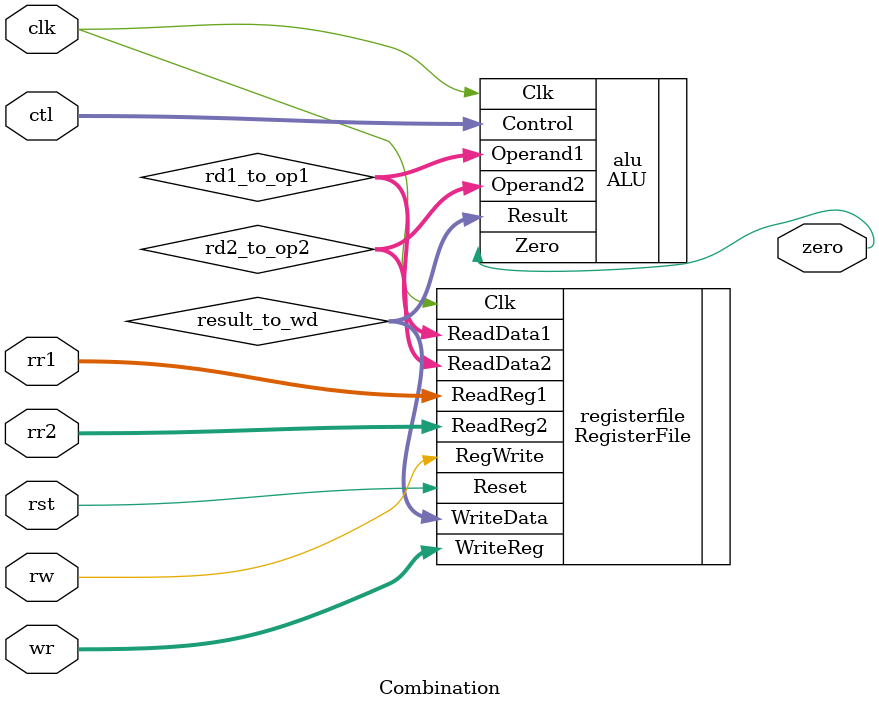
<source format=v>
module Combination(clk, rst, rr1, rr2, wr, rw, ctl, zero);

    input clk, rw, rst;
    input [4:0] rr1, rr2, wr;
    input [3:0] ctl;
    output wire zero;

    wire [31:0] rd1_to_op1, rd2_to_op2, result_to_wd;

    RegisterFile registerfile(.Clk(clk), .Reset(rst), .ReadReg1(rr1), .ReadReg2(rr2), .WriteReg(wr), .WriteData(result_to_wd), .ReadData1(rd1_to_op1), .ReadData2(rd2_to_op2), .RegWrite(rw));
    ALU alu(.Clk(clk), .Control(ctl), .Operand1(rd1_to_op1), .Operand2(rd2_to_op2), .Zero(zero), .Result(result_to_wd));

endmodule
</source>
